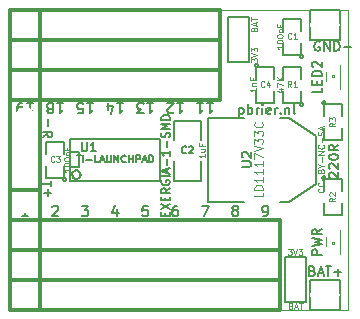
<source format=gto>
G04 (created by PCBNEW-RS274X (2012-01-19 BZR 3256)-stable) date 1/12/2013 12:24:46 AM*
G01*
G70*
G90*
%MOIN*%
G04 Gerber Fmt 3.4, Leading zero omitted, Abs format*
%FSLAX34Y34*%
G04 APERTURE LIST*
%ADD10C,0.002000*%
%ADD11C,0.005900*%
%ADD12C,0.003900*%
%ADD13C,0.007900*%
%ADD14C,0.006000*%
%ADD15C,0.008000*%
%ADD16C,0.012000*%
%ADD17C,0.005000*%
%ADD18C,0.002600*%
%ADD19C,0.004000*%
%ADD20C,0.006500*%
%ADD21C,0.004900*%
%ADD22O,0.098400X0.078700*%
%ADD23R,0.080000X0.144000*%
%ADD24R,0.080000X0.040000*%
%ADD25R,0.055000X0.055000*%
%ADD26C,0.055000*%
%ADD27R,0.080000X0.060000*%
%ADD28R,0.047200X0.047200*%
%ADD29R,0.050000X0.038000*%
%ADD30R,0.055000X0.035000*%
%ADD31R,0.016000X0.050000*%
G04 APERTURE END LIST*
G54D10*
G54D11*
X31667Y-29376D02*
X31667Y-29284D01*
X31812Y-29245D02*
X31812Y-29376D01*
X31536Y-29376D01*
X31536Y-29245D01*
X31536Y-29153D02*
X31812Y-28969D01*
X31536Y-28969D02*
X31812Y-29153D01*
X31667Y-28863D02*
X31667Y-28771D01*
X31812Y-28732D02*
X31812Y-28863D01*
X31536Y-28863D01*
X31536Y-28732D01*
X31812Y-28456D02*
X31680Y-28548D01*
X31812Y-28613D02*
X31536Y-28613D01*
X31536Y-28508D01*
X31549Y-28482D01*
X31562Y-28469D01*
X31588Y-28456D01*
X31628Y-28456D01*
X31654Y-28469D01*
X31667Y-28482D01*
X31680Y-28508D01*
X31680Y-28613D01*
X31549Y-28193D02*
X31536Y-28219D01*
X31536Y-28258D01*
X31549Y-28298D01*
X31575Y-28324D01*
X31601Y-28337D01*
X31654Y-28350D01*
X31693Y-28350D01*
X31746Y-28337D01*
X31772Y-28324D01*
X31799Y-28298D01*
X31812Y-28258D01*
X31812Y-28232D01*
X31799Y-28193D01*
X31785Y-28180D01*
X31693Y-28180D01*
X31693Y-28232D01*
X31812Y-28061D02*
X31536Y-28061D01*
X31733Y-27943D02*
X31733Y-27812D01*
X31812Y-27970D02*
X31536Y-27878D01*
X31812Y-27786D01*
X31707Y-27693D02*
X31707Y-27483D01*
X31812Y-27207D02*
X31812Y-27364D01*
X31812Y-27286D02*
X31536Y-27286D01*
X31575Y-27312D01*
X31601Y-27338D01*
X31615Y-27364D01*
X31707Y-27088D02*
X31707Y-26878D01*
X31799Y-26759D02*
X31812Y-26720D01*
X31812Y-26654D01*
X31799Y-26628D01*
X31785Y-26615D01*
X31759Y-26602D01*
X31733Y-26602D01*
X31707Y-26615D01*
X31693Y-26628D01*
X31680Y-26654D01*
X31667Y-26707D01*
X31654Y-26733D01*
X31641Y-26746D01*
X31615Y-26759D01*
X31588Y-26759D01*
X31562Y-26746D01*
X31549Y-26733D01*
X31536Y-26707D01*
X31536Y-26641D01*
X31549Y-26602D01*
X31812Y-26483D02*
X31536Y-26483D01*
X31733Y-26391D01*
X31536Y-26299D01*
X31812Y-26299D01*
X31812Y-26168D02*
X31536Y-26168D01*
X31536Y-26103D01*
X31549Y-26063D01*
X31575Y-26037D01*
X31601Y-26024D01*
X31654Y-26011D01*
X31693Y-26011D01*
X31746Y-26024D01*
X31772Y-26037D01*
X31799Y-26063D01*
X31812Y-26103D01*
X31812Y-26168D01*
G54D12*
X35855Y-32376D02*
X35883Y-32385D01*
X35892Y-32395D01*
X35901Y-32414D01*
X35901Y-32442D01*
X35892Y-32460D01*
X35883Y-32470D01*
X35864Y-32479D01*
X35789Y-32479D01*
X35789Y-32282D01*
X35855Y-32282D01*
X35873Y-32292D01*
X35883Y-32301D01*
X35892Y-32320D01*
X35892Y-32339D01*
X35883Y-32357D01*
X35873Y-32367D01*
X35855Y-32376D01*
X35789Y-32376D01*
X35977Y-32423D02*
X36070Y-32423D01*
X35958Y-32479D02*
X36023Y-32282D01*
X36089Y-32479D01*
X36127Y-32282D02*
X36239Y-32282D01*
X36183Y-32479D02*
X36183Y-32282D01*
X35756Y-30482D02*
X35878Y-30482D01*
X35812Y-30557D01*
X35841Y-30557D01*
X35859Y-30567D01*
X35869Y-30576D01*
X35878Y-30595D01*
X35878Y-30642D01*
X35869Y-30660D01*
X35859Y-30670D01*
X35841Y-30679D01*
X35784Y-30679D01*
X35766Y-30670D01*
X35756Y-30660D01*
X35935Y-30482D02*
X36000Y-30679D01*
X36066Y-30482D01*
X36113Y-30482D02*
X36235Y-30482D01*
X36169Y-30557D01*
X36198Y-30557D01*
X36216Y-30567D01*
X36226Y-30576D01*
X36235Y-30595D01*
X36235Y-30642D01*
X36226Y-30660D01*
X36216Y-30670D01*
X36198Y-30679D01*
X36141Y-30679D01*
X36123Y-30670D01*
X36113Y-30660D01*
G54D11*
X36877Y-25102D02*
X36877Y-25252D01*
X36562Y-25252D01*
X36712Y-24997D02*
X36712Y-24892D01*
X36877Y-24847D02*
X36877Y-24997D01*
X36562Y-24997D01*
X36562Y-24847D01*
X36877Y-24712D02*
X36562Y-24712D01*
X36562Y-24637D01*
X36577Y-24592D01*
X36607Y-24562D01*
X36637Y-24547D01*
X36697Y-24532D01*
X36742Y-24532D01*
X36802Y-24547D01*
X36832Y-24562D01*
X36862Y-24592D01*
X36877Y-24637D01*
X36877Y-24712D01*
X36592Y-24412D02*
X36577Y-24397D01*
X36562Y-24367D01*
X36562Y-24292D01*
X36577Y-24262D01*
X36592Y-24247D01*
X36622Y-24232D01*
X36652Y-24232D01*
X36697Y-24247D01*
X36877Y-24427D01*
X36877Y-24232D01*
G54D13*
X27102Y-29393D02*
X26899Y-29393D01*
X27001Y-29393D02*
X27001Y-29039D01*
X26967Y-29090D01*
X26933Y-29124D01*
X26899Y-29140D01*
X34933Y-29393D02*
X35001Y-29393D01*
X35034Y-29376D01*
X35051Y-29360D01*
X35085Y-29309D01*
X35102Y-29242D01*
X35102Y-29107D01*
X35085Y-29073D01*
X35068Y-29056D01*
X35034Y-29039D01*
X34967Y-29039D01*
X34933Y-29056D01*
X34916Y-29073D01*
X34899Y-29107D01*
X34899Y-29191D01*
X34916Y-29225D01*
X34933Y-29242D01*
X34967Y-29258D01*
X35034Y-29258D01*
X35068Y-29242D01*
X35085Y-29225D01*
X35102Y-29191D01*
G54D12*
X26500Y-32500D02*
X26500Y-22500D01*
X37750Y-32500D02*
X26500Y-32500D01*
X37750Y-22500D02*
X37750Y-32500D01*
X26500Y-22500D02*
X37750Y-22500D01*
X36935Y-28467D02*
X36945Y-28476D01*
X36954Y-28504D01*
X36954Y-28523D01*
X36945Y-28551D01*
X36926Y-28570D01*
X36907Y-28579D01*
X36870Y-28588D01*
X36842Y-28588D01*
X36804Y-28579D01*
X36785Y-28570D01*
X36767Y-28551D01*
X36757Y-28523D01*
X36757Y-28504D01*
X36767Y-28476D01*
X36776Y-28467D01*
X36935Y-28270D02*
X36945Y-28279D01*
X36954Y-28307D01*
X36954Y-28326D01*
X36945Y-28354D01*
X36926Y-28373D01*
X36907Y-28382D01*
X36870Y-28391D01*
X36842Y-28391D01*
X36804Y-28382D01*
X36785Y-28373D01*
X36767Y-28354D01*
X36757Y-28326D01*
X36757Y-28307D01*
X36767Y-28279D01*
X36776Y-28270D01*
X36879Y-28185D02*
X36879Y-28035D01*
X36851Y-27875D02*
X36860Y-27847D01*
X36870Y-27838D01*
X36889Y-27829D01*
X36917Y-27829D01*
X36935Y-27838D01*
X36945Y-27847D01*
X36954Y-27866D01*
X36954Y-27941D01*
X36757Y-27941D01*
X36757Y-27875D01*
X36767Y-27857D01*
X36776Y-27847D01*
X36795Y-27838D01*
X36814Y-27838D01*
X36832Y-27847D01*
X36842Y-27857D01*
X36851Y-27875D01*
X36851Y-27941D01*
X36860Y-27707D02*
X36954Y-27707D01*
X36757Y-27772D02*
X36860Y-27707D01*
X36757Y-27641D01*
X36879Y-27575D02*
X36879Y-27425D01*
X36954Y-27331D02*
X36757Y-27331D01*
X36954Y-27219D01*
X36757Y-27219D01*
X36935Y-27013D02*
X36945Y-27022D01*
X36954Y-27050D01*
X36954Y-27069D01*
X36945Y-27097D01*
X36926Y-27116D01*
X36907Y-27125D01*
X36870Y-27134D01*
X36842Y-27134D01*
X36804Y-27125D01*
X36785Y-27116D01*
X36767Y-27097D01*
X36757Y-27069D01*
X36757Y-27050D01*
X36767Y-27022D01*
X36776Y-27013D01*
X36879Y-26928D02*
X36879Y-26778D01*
X36945Y-26693D02*
X36954Y-26665D01*
X36954Y-26618D01*
X36945Y-26600D01*
X36935Y-26590D01*
X36917Y-26581D01*
X36898Y-26581D01*
X36879Y-26590D01*
X36870Y-26600D01*
X36860Y-26618D01*
X36851Y-26656D01*
X36842Y-26675D01*
X36832Y-26684D01*
X36814Y-26693D01*
X36795Y-26693D01*
X36776Y-26684D01*
X36767Y-26675D01*
X36757Y-26656D01*
X36757Y-26609D01*
X36767Y-26581D01*
X36898Y-26505D02*
X36898Y-26412D01*
X36954Y-26524D02*
X36757Y-26459D01*
X36954Y-26393D01*
G54D11*
X34135Y-25767D02*
X34135Y-26082D01*
X34135Y-25782D02*
X34165Y-25767D01*
X34225Y-25767D01*
X34255Y-25782D01*
X34270Y-25797D01*
X34285Y-25827D01*
X34285Y-25917D01*
X34270Y-25947D01*
X34255Y-25962D01*
X34225Y-25977D01*
X34165Y-25977D01*
X34135Y-25962D01*
X34420Y-25977D02*
X34420Y-25662D01*
X34420Y-25782D02*
X34450Y-25767D01*
X34510Y-25767D01*
X34540Y-25782D01*
X34555Y-25797D01*
X34570Y-25827D01*
X34570Y-25917D01*
X34555Y-25947D01*
X34540Y-25962D01*
X34510Y-25977D01*
X34450Y-25977D01*
X34420Y-25962D01*
X34705Y-25977D02*
X34705Y-25767D01*
X34705Y-25827D02*
X34720Y-25797D01*
X34735Y-25782D01*
X34765Y-25767D01*
X34795Y-25767D01*
X34900Y-25977D02*
X34900Y-25767D01*
X34900Y-25662D02*
X34885Y-25677D01*
X34900Y-25692D01*
X34915Y-25677D01*
X34900Y-25662D01*
X34900Y-25692D01*
X35170Y-25962D02*
X35140Y-25977D01*
X35080Y-25977D01*
X35050Y-25962D01*
X35035Y-25932D01*
X35035Y-25812D01*
X35050Y-25782D01*
X35080Y-25767D01*
X35140Y-25767D01*
X35170Y-25782D01*
X35185Y-25812D01*
X35185Y-25842D01*
X35035Y-25872D01*
X35320Y-25977D02*
X35320Y-25767D01*
X35320Y-25827D02*
X35335Y-25797D01*
X35350Y-25782D01*
X35380Y-25767D01*
X35410Y-25767D01*
X35515Y-25947D02*
X35530Y-25962D01*
X35515Y-25977D01*
X35500Y-25962D01*
X35515Y-25947D01*
X35515Y-25977D01*
X35665Y-25767D02*
X35665Y-25977D01*
X35665Y-25797D02*
X35680Y-25782D01*
X35710Y-25767D01*
X35755Y-25767D01*
X35785Y-25782D01*
X35800Y-25812D01*
X35800Y-25977D01*
X35995Y-25977D02*
X35965Y-25962D01*
X35950Y-25932D01*
X35950Y-25662D01*
X37142Y-28097D02*
X37127Y-28082D01*
X37112Y-28052D01*
X37112Y-27977D01*
X37127Y-27947D01*
X37142Y-27932D01*
X37172Y-27917D01*
X37202Y-27917D01*
X37247Y-27932D01*
X37427Y-28112D01*
X37427Y-27917D01*
X37142Y-27797D02*
X37127Y-27782D01*
X37112Y-27752D01*
X37112Y-27677D01*
X37127Y-27647D01*
X37142Y-27632D01*
X37172Y-27617D01*
X37202Y-27617D01*
X37247Y-27632D01*
X37427Y-27812D01*
X37427Y-27617D01*
X37112Y-27422D02*
X37112Y-27392D01*
X37127Y-27362D01*
X37142Y-27347D01*
X37172Y-27332D01*
X37232Y-27317D01*
X37307Y-27317D01*
X37367Y-27332D01*
X37397Y-27347D01*
X37412Y-27362D01*
X37427Y-27392D01*
X37427Y-27422D01*
X37412Y-27452D01*
X37397Y-27467D01*
X37367Y-27482D01*
X37307Y-27497D01*
X37232Y-27497D01*
X37172Y-27482D01*
X37142Y-27467D01*
X37127Y-27452D01*
X37112Y-27422D01*
X37427Y-27002D02*
X37277Y-27107D01*
X37427Y-27182D02*
X37112Y-27182D01*
X37112Y-27062D01*
X37127Y-27032D01*
X37142Y-27017D01*
X37172Y-27002D01*
X37217Y-27002D01*
X37247Y-27017D01*
X37262Y-27032D01*
X37277Y-27062D01*
X37277Y-27182D01*
X36877Y-30670D02*
X36562Y-30670D01*
X36562Y-30550D01*
X36577Y-30520D01*
X36592Y-30505D01*
X36622Y-30490D01*
X36667Y-30490D01*
X36697Y-30505D01*
X36712Y-30520D01*
X36727Y-30550D01*
X36727Y-30670D01*
X36562Y-30385D02*
X36877Y-30310D01*
X36652Y-30250D01*
X36877Y-30190D01*
X36562Y-30115D01*
X36877Y-29815D02*
X36727Y-29920D01*
X36877Y-29995D02*
X36562Y-29995D01*
X36562Y-29875D01*
X36577Y-29845D01*
X36592Y-29830D01*
X36622Y-29815D01*
X36667Y-29815D01*
X36697Y-29830D01*
X36712Y-29845D01*
X36727Y-29875D01*
X36727Y-29995D01*
G54D13*
X27067Y-25607D02*
X27270Y-25607D01*
X27168Y-25607D02*
X27168Y-25961D01*
X27202Y-25910D01*
X27236Y-25876D01*
X27270Y-25860D01*
X26899Y-25607D02*
X26831Y-25607D01*
X26798Y-25624D01*
X26781Y-25640D01*
X26747Y-25691D01*
X26730Y-25758D01*
X26730Y-25893D01*
X26747Y-25927D01*
X26764Y-25944D01*
X26798Y-25961D01*
X26865Y-25961D01*
X26899Y-25944D01*
X26916Y-25927D01*
X26933Y-25893D01*
X26933Y-25809D01*
X26916Y-25775D01*
X26899Y-25758D01*
X26865Y-25742D01*
X26798Y-25742D01*
X26764Y-25758D01*
X26747Y-25775D01*
X26730Y-25809D01*
X28067Y-25607D02*
X28270Y-25607D01*
X28168Y-25607D02*
X28168Y-25961D01*
X28202Y-25910D01*
X28236Y-25876D01*
X28270Y-25860D01*
X27865Y-25809D02*
X27899Y-25826D01*
X27916Y-25843D01*
X27933Y-25876D01*
X27933Y-25893D01*
X27916Y-25927D01*
X27899Y-25944D01*
X27865Y-25961D01*
X27798Y-25961D01*
X27764Y-25944D01*
X27747Y-25927D01*
X27730Y-25893D01*
X27730Y-25876D01*
X27747Y-25843D01*
X27764Y-25826D01*
X27798Y-25809D01*
X27865Y-25809D01*
X27899Y-25792D01*
X27916Y-25775D01*
X27933Y-25742D01*
X27933Y-25674D01*
X27916Y-25640D01*
X27899Y-25624D01*
X27865Y-25607D01*
X27798Y-25607D01*
X27764Y-25624D01*
X27747Y-25640D01*
X27730Y-25674D01*
X27730Y-25742D01*
X27747Y-25775D01*
X27764Y-25792D01*
X27798Y-25809D01*
X29067Y-25607D02*
X29270Y-25607D01*
X29168Y-25607D02*
X29168Y-25961D01*
X29202Y-25910D01*
X29236Y-25876D01*
X29270Y-25860D01*
X28747Y-25961D02*
X28916Y-25961D01*
X28933Y-25792D01*
X28916Y-25809D01*
X28882Y-25826D01*
X28798Y-25826D01*
X28764Y-25809D01*
X28747Y-25792D01*
X28730Y-25758D01*
X28730Y-25674D01*
X28747Y-25640D01*
X28764Y-25624D01*
X28798Y-25607D01*
X28882Y-25607D01*
X28916Y-25624D01*
X28933Y-25640D01*
X30067Y-25607D02*
X30270Y-25607D01*
X30168Y-25607D02*
X30168Y-25961D01*
X30202Y-25910D01*
X30236Y-25876D01*
X30270Y-25860D01*
X29764Y-25843D02*
X29764Y-25607D01*
X29848Y-25978D02*
X29933Y-25725D01*
X29713Y-25725D01*
X31067Y-25607D02*
X31270Y-25607D01*
X31168Y-25607D02*
X31168Y-25961D01*
X31202Y-25910D01*
X31236Y-25876D01*
X31270Y-25860D01*
X30949Y-25961D02*
X30730Y-25961D01*
X30848Y-25826D01*
X30798Y-25826D01*
X30764Y-25809D01*
X30747Y-25792D01*
X30730Y-25758D01*
X30730Y-25674D01*
X30747Y-25640D01*
X30764Y-25624D01*
X30798Y-25607D01*
X30899Y-25607D01*
X30933Y-25624D01*
X30949Y-25640D01*
X32067Y-25607D02*
X32270Y-25607D01*
X32168Y-25607D02*
X32168Y-25961D01*
X32202Y-25910D01*
X32236Y-25876D01*
X32270Y-25860D01*
X31933Y-25927D02*
X31916Y-25944D01*
X31882Y-25961D01*
X31798Y-25961D01*
X31764Y-25944D01*
X31747Y-25927D01*
X31730Y-25893D01*
X31730Y-25860D01*
X31747Y-25809D01*
X31949Y-25607D01*
X31730Y-25607D01*
X33067Y-25607D02*
X33270Y-25607D01*
X33168Y-25607D02*
X33168Y-25961D01*
X33202Y-25910D01*
X33236Y-25876D01*
X33270Y-25860D01*
X32730Y-25607D02*
X32933Y-25607D01*
X32831Y-25607D02*
X32831Y-25961D01*
X32865Y-25910D01*
X32899Y-25876D01*
X32933Y-25860D01*
X33967Y-29191D02*
X33933Y-29174D01*
X33916Y-29157D01*
X33899Y-29124D01*
X33899Y-29107D01*
X33916Y-29073D01*
X33933Y-29056D01*
X33967Y-29039D01*
X34034Y-29039D01*
X34068Y-29056D01*
X34085Y-29073D01*
X34102Y-29107D01*
X34102Y-29124D01*
X34085Y-29157D01*
X34068Y-29174D01*
X34034Y-29191D01*
X33967Y-29191D01*
X33933Y-29208D01*
X33916Y-29225D01*
X33899Y-29258D01*
X33899Y-29326D01*
X33916Y-29360D01*
X33933Y-29376D01*
X33967Y-29393D01*
X34034Y-29393D01*
X34068Y-29376D01*
X34085Y-29360D01*
X34102Y-29326D01*
X34102Y-29258D01*
X34085Y-29225D01*
X34068Y-29208D01*
X34034Y-29191D01*
X32883Y-29039D02*
X33119Y-29039D01*
X32967Y-29393D01*
X32068Y-29039D02*
X32001Y-29039D01*
X31967Y-29056D01*
X31950Y-29073D01*
X31916Y-29124D01*
X31899Y-29191D01*
X31899Y-29326D01*
X31916Y-29360D01*
X31933Y-29376D01*
X31967Y-29393D01*
X32034Y-29393D01*
X32068Y-29376D01*
X32085Y-29360D01*
X32102Y-29326D01*
X32102Y-29242D01*
X32085Y-29208D01*
X32068Y-29191D01*
X32034Y-29174D01*
X31967Y-29174D01*
X31933Y-29191D01*
X31916Y-29208D01*
X31899Y-29242D01*
X31085Y-29039D02*
X30916Y-29039D01*
X30899Y-29208D01*
X30916Y-29191D01*
X30950Y-29174D01*
X31034Y-29174D01*
X31068Y-29191D01*
X31085Y-29208D01*
X31102Y-29242D01*
X31102Y-29326D01*
X31085Y-29360D01*
X31068Y-29376D01*
X31034Y-29393D01*
X30950Y-29393D01*
X30916Y-29376D01*
X30899Y-29360D01*
X30068Y-29157D02*
X30068Y-29393D01*
X29984Y-29022D02*
X29899Y-29275D01*
X30119Y-29275D01*
X28883Y-29039D02*
X29102Y-29039D01*
X28984Y-29174D01*
X29034Y-29174D01*
X29068Y-29191D01*
X29085Y-29208D01*
X29102Y-29242D01*
X29102Y-29326D01*
X29085Y-29360D01*
X29068Y-29376D01*
X29034Y-29393D01*
X28933Y-29393D01*
X28899Y-29376D01*
X28883Y-29360D01*
X27899Y-29073D02*
X27916Y-29056D01*
X27950Y-29039D01*
X28034Y-29039D01*
X28068Y-29056D01*
X28085Y-29073D01*
X28102Y-29107D01*
X28102Y-29140D01*
X28085Y-29191D01*
X27883Y-29393D01*
X28102Y-29393D01*
G54D11*
X36573Y-31212D02*
X36618Y-31227D01*
X36633Y-31242D01*
X36648Y-31272D01*
X36648Y-31317D01*
X36633Y-31347D01*
X36618Y-31362D01*
X36588Y-31377D01*
X36468Y-31377D01*
X36468Y-31062D01*
X36573Y-31062D01*
X36603Y-31077D01*
X36618Y-31092D01*
X36633Y-31122D01*
X36633Y-31152D01*
X36618Y-31182D01*
X36603Y-31197D01*
X36573Y-31212D01*
X36468Y-31212D01*
X36768Y-31287D02*
X36918Y-31287D01*
X36738Y-31377D02*
X36843Y-31062D01*
X36948Y-31377D01*
X37008Y-31062D02*
X37188Y-31062D01*
X37098Y-31377D02*
X37098Y-31062D01*
X37293Y-31257D02*
X37533Y-31257D01*
X37413Y-31377D02*
X37413Y-31137D01*
X36815Y-23577D02*
X36785Y-23562D01*
X36740Y-23562D01*
X36695Y-23577D01*
X36665Y-23607D01*
X36650Y-23637D01*
X36635Y-23697D01*
X36635Y-23742D01*
X36650Y-23802D01*
X36665Y-23832D01*
X36695Y-23862D01*
X36740Y-23877D01*
X36770Y-23877D01*
X36815Y-23862D01*
X36830Y-23847D01*
X36830Y-23742D01*
X36770Y-23742D01*
X36965Y-23877D02*
X36965Y-23562D01*
X37145Y-23877D01*
X37145Y-23562D01*
X37295Y-23877D02*
X37295Y-23562D01*
X37370Y-23562D01*
X37415Y-23577D01*
X37445Y-23607D01*
X37460Y-23637D01*
X37475Y-23697D01*
X37475Y-23742D01*
X37460Y-23802D01*
X37445Y-23832D01*
X37415Y-23862D01*
X37370Y-23877D01*
X37295Y-23877D01*
X37610Y-23757D02*
X37850Y-23757D01*
G54D12*
X34532Y-24244D02*
X34532Y-24122D01*
X34607Y-24188D01*
X34607Y-24159D01*
X34617Y-24141D01*
X34626Y-24131D01*
X34645Y-24122D01*
X34692Y-24122D01*
X34710Y-24131D01*
X34720Y-24141D01*
X34729Y-24159D01*
X34729Y-24216D01*
X34720Y-24234D01*
X34710Y-24244D01*
X34532Y-24065D02*
X34729Y-24000D01*
X34532Y-23934D01*
X34532Y-23887D02*
X34532Y-23765D01*
X34607Y-23831D01*
X34607Y-23802D01*
X34617Y-23784D01*
X34626Y-23774D01*
X34645Y-23765D01*
X34692Y-23765D01*
X34710Y-23774D01*
X34720Y-23784D01*
X34729Y-23802D01*
X34729Y-23859D01*
X34720Y-23877D01*
X34710Y-23887D01*
X34626Y-23145D02*
X34635Y-23117D01*
X34645Y-23108D01*
X34664Y-23099D01*
X34692Y-23099D01*
X34710Y-23108D01*
X34720Y-23117D01*
X34729Y-23136D01*
X34729Y-23211D01*
X34532Y-23211D01*
X34532Y-23145D01*
X34542Y-23127D01*
X34551Y-23117D01*
X34570Y-23108D01*
X34589Y-23108D01*
X34607Y-23117D01*
X34617Y-23127D01*
X34626Y-23145D01*
X34626Y-23211D01*
X34673Y-23023D02*
X34673Y-22930D01*
X34729Y-23042D02*
X34532Y-22977D01*
X34729Y-22911D01*
X34532Y-22873D02*
X34532Y-22761D01*
X34729Y-22817D02*
X34532Y-22817D01*
G54D11*
X27743Y-28480D02*
X27743Y-28720D01*
X27623Y-28600D02*
X27863Y-28600D01*
X27838Y-28210D02*
X27838Y-28390D01*
X27523Y-28300D02*
X27838Y-28300D01*
X27573Y-26748D02*
X27723Y-26643D01*
X27573Y-26568D02*
X27888Y-26568D01*
X27888Y-26688D01*
X27873Y-26718D01*
X27858Y-26733D01*
X27828Y-26748D01*
X27783Y-26748D01*
X27753Y-26733D01*
X27738Y-26718D01*
X27723Y-26688D01*
X27723Y-26568D01*
X27743Y-26130D02*
X27743Y-26370D01*
G54D14*
X37500Y-32500D02*
X36500Y-32500D01*
X36500Y-31500D02*
X37500Y-31500D01*
X36500Y-32500D02*
X36500Y-31500D01*
X37500Y-31500D02*
X37500Y-32500D01*
X37500Y-23500D02*
X36500Y-23500D01*
X36500Y-22500D02*
X37500Y-22500D01*
X36500Y-23500D02*
X36500Y-22500D01*
X37500Y-22500D02*
X37500Y-23500D01*
G54D15*
X34300Y-26100D02*
X33100Y-26100D01*
X33100Y-26100D02*
X33100Y-28900D01*
X33100Y-28900D02*
X34300Y-28900D01*
X35500Y-26100D02*
X35800Y-26100D01*
X35800Y-26100D02*
X36700Y-26700D01*
X36700Y-26700D02*
X36700Y-28300D01*
X36700Y-28300D02*
X35800Y-28900D01*
X35800Y-28900D02*
X35500Y-28900D01*
G54D16*
X26500Y-29500D02*
X26500Y-29500D01*
X27500Y-29500D02*
X26500Y-29500D01*
X26500Y-29500D02*
X26500Y-29500D01*
X26500Y-29500D02*
X26500Y-25500D01*
X26500Y-25500D02*
X27500Y-25500D01*
X27500Y-25500D02*
X27500Y-29500D01*
X27500Y-28500D02*
X26500Y-28500D01*
G54D17*
X31950Y-28200D02*
X32850Y-28200D01*
X32850Y-28200D02*
X32850Y-27550D01*
X31950Y-26850D02*
X31950Y-26200D01*
X31950Y-26200D02*
X32850Y-26200D01*
X32850Y-26200D02*
X32850Y-26850D01*
X31950Y-27550D02*
X31950Y-28200D01*
G54D18*
X37132Y-30446D02*
X37004Y-30446D01*
X37004Y-30446D02*
X37004Y-30643D01*
X37132Y-30643D02*
X37004Y-30643D01*
X37132Y-30446D02*
X37132Y-30643D01*
X37377Y-30446D02*
X37318Y-30446D01*
X37318Y-30446D02*
X37318Y-30545D01*
X37377Y-30545D02*
X37318Y-30545D01*
X37377Y-30446D02*
X37377Y-30545D01*
X37182Y-30446D02*
X37123Y-30446D01*
X37123Y-30446D02*
X37123Y-30545D01*
X37182Y-30545D02*
X37123Y-30545D01*
X37182Y-30446D02*
X37182Y-30545D01*
X37328Y-30446D02*
X37172Y-30446D01*
X37172Y-30446D02*
X37172Y-30515D01*
X37328Y-30515D02*
X37172Y-30515D01*
X37328Y-30446D02*
X37328Y-30515D01*
X37132Y-29857D02*
X37004Y-29857D01*
X37004Y-29857D02*
X37004Y-30054D01*
X37132Y-30054D02*
X37004Y-30054D01*
X37132Y-29857D02*
X37132Y-30054D01*
X37496Y-29857D02*
X37368Y-29857D01*
X37368Y-29857D02*
X37368Y-30054D01*
X37496Y-30054D02*
X37368Y-30054D01*
X37496Y-29857D02*
X37496Y-30054D01*
X37182Y-29955D02*
X37123Y-29955D01*
X37123Y-29955D02*
X37123Y-30054D01*
X37182Y-30054D02*
X37123Y-30054D01*
X37182Y-29955D02*
X37182Y-30054D01*
X37377Y-29955D02*
X37318Y-29955D01*
X37318Y-29955D02*
X37318Y-30054D01*
X37377Y-30054D02*
X37318Y-30054D01*
X37377Y-29955D02*
X37377Y-30054D01*
X37328Y-29985D02*
X37172Y-29985D01*
X37172Y-29985D02*
X37172Y-30054D01*
X37328Y-30054D02*
X37172Y-30054D01*
X37328Y-29985D02*
X37328Y-30054D01*
X37289Y-30250D02*
X37211Y-30250D01*
X37211Y-30250D02*
X37211Y-30328D01*
X37289Y-30328D02*
X37211Y-30328D01*
X37289Y-30250D02*
X37289Y-30328D01*
X37486Y-30446D02*
X37368Y-30446D01*
X37368Y-30446D02*
X37368Y-30564D01*
X37486Y-30564D02*
X37368Y-30564D01*
X37486Y-30446D02*
X37486Y-30564D01*
X37496Y-30614D02*
X37407Y-30614D01*
X37407Y-30614D02*
X37407Y-30643D01*
X37496Y-30643D02*
X37407Y-30643D01*
X37496Y-30614D02*
X37496Y-30643D01*
G54D19*
X37024Y-30456D02*
X37024Y-30044D01*
X37476Y-30054D02*
X37476Y-30614D01*
G54D10*
X37455Y-30584D02*
X37454Y-30589D01*
X37452Y-30594D01*
X37450Y-30599D01*
X37446Y-30603D01*
X37442Y-30607D01*
X37437Y-30609D01*
X37432Y-30611D01*
X37427Y-30611D01*
X37422Y-30611D01*
X37417Y-30609D01*
X37412Y-30607D01*
X37408Y-30604D01*
X37404Y-30599D01*
X37402Y-30595D01*
X37400Y-30589D01*
X37400Y-30584D01*
X37400Y-30579D01*
X37401Y-30574D01*
X37404Y-30569D01*
X37407Y-30565D01*
X37412Y-30562D01*
X37416Y-30559D01*
X37421Y-30557D01*
X37427Y-30557D01*
X37431Y-30557D01*
X37437Y-30558D01*
X37442Y-30561D01*
X37446Y-30564D01*
X37449Y-30568D01*
X37452Y-30573D01*
X37454Y-30578D01*
X37454Y-30584D01*
X37455Y-30584D01*
G54D19*
X37387Y-30643D02*
X37386Y-30632D01*
X37384Y-30620D01*
X37382Y-30608D01*
X37378Y-30597D01*
X37374Y-30586D01*
X37368Y-30575D01*
X37362Y-30565D01*
X37354Y-30555D01*
X37346Y-30547D01*
X37338Y-30539D01*
X37328Y-30531D01*
X37318Y-30525D01*
X37307Y-30519D01*
X37296Y-30515D01*
X37285Y-30511D01*
X37273Y-30509D01*
X37261Y-30507D01*
X37250Y-30506D01*
X37239Y-30507D01*
X37227Y-30509D01*
X37215Y-30511D01*
X37204Y-30515D01*
X37193Y-30519D01*
X37182Y-30525D01*
X37172Y-30531D01*
X37162Y-30539D01*
X37154Y-30547D01*
X37146Y-30555D01*
X37138Y-30565D01*
X37132Y-30575D01*
X37126Y-30586D01*
X37122Y-30597D01*
X37118Y-30608D01*
X37116Y-30620D01*
X37114Y-30632D01*
X37113Y-30643D01*
X37113Y-29857D02*
X37114Y-29868D01*
X37116Y-29880D01*
X37118Y-29892D01*
X37122Y-29903D01*
X37126Y-29914D01*
X37132Y-29925D01*
X37138Y-29935D01*
X37146Y-29945D01*
X37154Y-29953D01*
X37162Y-29961D01*
X37172Y-29969D01*
X37182Y-29975D01*
X37193Y-29981D01*
X37204Y-29985D01*
X37215Y-29989D01*
X37227Y-29991D01*
X37239Y-29993D01*
X37250Y-29994D01*
X37261Y-29993D01*
X37273Y-29991D01*
X37285Y-29989D01*
X37296Y-29985D01*
X37307Y-29981D01*
X37318Y-29975D01*
X37328Y-29969D01*
X37338Y-29961D01*
X37346Y-29953D01*
X37354Y-29945D01*
X37362Y-29935D01*
X37368Y-29925D01*
X37374Y-29914D01*
X37378Y-29903D01*
X37382Y-29892D01*
X37384Y-29880D01*
X37386Y-29868D01*
X37387Y-29857D01*
G54D18*
X37368Y-24554D02*
X37496Y-24554D01*
X37496Y-24554D02*
X37496Y-24357D01*
X37368Y-24357D02*
X37496Y-24357D01*
X37368Y-24554D02*
X37368Y-24357D01*
X37123Y-24554D02*
X37182Y-24554D01*
X37182Y-24554D02*
X37182Y-24455D01*
X37123Y-24455D02*
X37182Y-24455D01*
X37123Y-24554D02*
X37123Y-24455D01*
X37318Y-24554D02*
X37377Y-24554D01*
X37377Y-24554D02*
X37377Y-24455D01*
X37318Y-24455D02*
X37377Y-24455D01*
X37318Y-24554D02*
X37318Y-24455D01*
X37172Y-24554D02*
X37328Y-24554D01*
X37328Y-24554D02*
X37328Y-24485D01*
X37172Y-24485D02*
X37328Y-24485D01*
X37172Y-24554D02*
X37172Y-24485D01*
X37368Y-25143D02*
X37496Y-25143D01*
X37496Y-25143D02*
X37496Y-24946D01*
X37368Y-24946D02*
X37496Y-24946D01*
X37368Y-25143D02*
X37368Y-24946D01*
X37004Y-25143D02*
X37132Y-25143D01*
X37132Y-25143D02*
X37132Y-24946D01*
X37004Y-24946D02*
X37132Y-24946D01*
X37004Y-25143D02*
X37004Y-24946D01*
X37318Y-25045D02*
X37377Y-25045D01*
X37377Y-25045D02*
X37377Y-24946D01*
X37318Y-24946D02*
X37377Y-24946D01*
X37318Y-25045D02*
X37318Y-24946D01*
X37123Y-25045D02*
X37182Y-25045D01*
X37182Y-25045D02*
X37182Y-24946D01*
X37123Y-24946D02*
X37182Y-24946D01*
X37123Y-25045D02*
X37123Y-24946D01*
X37172Y-25015D02*
X37328Y-25015D01*
X37328Y-25015D02*
X37328Y-24946D01*
X37172Y-24946D02*
X37328Y-24946D01*
X37172Y-25015D02*
X37172Y-24946D01*
X37211Y-24750D02*
X37289Y-24750D01*
X37289Y-24750D02*
X37289Y-24672D01*
X37211Y-24672D02*
X37289Y-24672D01*
X37211Y-24750D02*
X37211Y-24672D01*
X37014Y-24554D02*
X37132Y-24554D01*
X37132Y-24554D02*
X37132Y-24436D01*
X37014Y-24436D02*
X37132Y-24436D01*
X37014Y-24554D02*
X37014Y-24436D01*
X37004Y-24386D02*
X37093Y-24386D01*
X37093Y-24386D02*
X37093Y-24357D01*
X37004Y-24357D02*
X37093Y-24357D01*
X37004Y-24386D02*
X37004Y-24357D01*
G54D19*
X37476Y-24544D02*
X37476Y-24956D01*
X37024Y-24946D02*
X37024Y-24386D01*
G54D10*
X37101Y-24416D02*
X37100Y-24421D01*
X37098Y-24426D01*
X37096Y-24431D01*
X37092Y-24435D01*
X37088Y-24439D01*
X37083Y-24441D01*
X37078Y-24443D01*
X37073Y-24443D01*
X37068Y-24443D01*
X37063Y-24441D01*
X37058Y-24439D01*
X37054Y-24436D01*
X37050Y-24431D01*
X37048Y-24427D01*
X37046Y-24421D01*
X37046Y-24416D01*
X37046Y-24411D01*
X37047Y-24406D01*
X37050Y-24401D01*
X37053Y-24397D01*
X37058Y-24394D01*
X37062Y-24391D01*
X37067Y-24389D01*
X37073Y-24389D01*
X37077Y-24389D01*
X37083Y-24390D01*
X37088Y-24393D01*
X37092Y-24396D01*
X37095Y-24400D01*
X37098Y-24405D01*
X37100Y-24410D01*
X37100Y-24416D01*
X37101Y-24416D01*
G54D19*
X37113Y-24357D02*
X37114Y-24368D01*
X37116Y-24380D01*
X37118Y-24392D01*
X37122Y-24403D01*
X37126Y-24414D01*
X37132Y-24425D01*
X37138Y-24435D01*
X37146Y-24445D01*
X37154Y-24453D01*
X37162Y-24461D01*
X37172Y-24469D01*
X37182Y-24475D01*
X37193Y-24481D01*
X37204Y-24485D01*
X37215Y-24489D01*
X37227Y-24491D01*
X37239Y-24493D01*
X37250Y-24494D01*
X37261Y-24493D01*
X37273Y-24491D01*
X37285Y-24489D01*
X37296Y-24485D01*
X37307Y-24481D01*
X37318Y-24475D01*
X37328Y-24469D01*
X37338Y-24461D01*
X37346Y-24453D01*
X37354Y-24445D01*
X37362Y-24435D01*
X37368Y-24425D01*
X37374Y-24414D01*
X37378Y-24403D01*
X37382Y-24392D01*
X37384Y-24380D01*
X37386Y-24368D01*
X37387Y-24357D01*
X37387Y-25143D02*
X37386Y-25132D01*
X37384Y-25120D01*
X37382Y-25108D01*
X37378Y-25097D01*
X37374Y-25086D01*
X37368Y-25075D01*
X37362Y-25065D01*
X37354Y-25055D01*
X37346Y-25047D01*
X37338Y-25039D01*
X37328Y-25031D01*
X37318Y-25025D01*
X37307Y-25019D01*
X37296Y-25015D01*
X37285Y-25011D01*
X37273Y-25009D01*
X37261Y-25007D01*
X37250Y-25006D01*
X37239Y-25007D01*
X37227Y-25009D01*
X37215Y-25011D01*
X37204Y-25015D01*
X37193Y-25019D01*
X37182Y-25025D01*
X37172Y-25031D01*
X37162Y-25039D01*
X37154Y-25047D01*
X37146Y-25055D01*
X37138Y-25065D01*
X37132Y-25075D01*
X37126Y-25086D01*
X37122Y-25097D01*
X37118Y-25108D01*
X37116Y-25120D01*
X37114Y-25132D01*
X37113Y-25143D01*
G54D17*
X35650Y-30750D02*
X35650Y-32250D01*
X35650Y-32250D02*
X36350Y-32250D01*
X36350Y-32250D02*
X36350Y-30750D01*
X35650Y-30750D02*
X36350Y-30750D01*
X34450Y-24250D02*
X34450Y-22750D01*
X34450Y-22750D02*
X33750Y-22750D01*
X33750Y-22750D02*
X33750Y-24250D01*
X34450Y-24250D02*
X33750Y-24250D01*
X36250Y-25650D02*
X36249Y-25659D01*
X36246Y-25669D01*
X36241Y-25677D01*
X36235Y-25685D01*
X36227Y-25691D01*
X36219Y-25696D01*
X36210Y-25698D01*
X36200Y-25699D01*
X36191Y-25699D01*
X36182Y-25696D01*
X36173Y-25691D01*
X36166Y-25685D01*
X36159Y-25678D01*
X36155Y-25669D01*
X36152Y-25660D01*
X36151Y-25650D01*
X36151Y-25641D01*
X36154Y-25632D01*
X36158Y-25623D01*
X36165Y-25616D01*
X36172Y-25609D01*
X36180Y-25605D01*
X36190Y-25602D01*
X36199Y-25601D01*
X36208Y-25601D01*
X36218Y-25604D01*
X36226Y-25608D01*
X36234Y-25614D01*
X36240Y-25622D01*
X36245Y-25630D01*
X36248Y-25639D01*
X36249Y-25649D01*
X36250Y-25650D01*
X36200Y-25200D02*
X36200Y-25600D01*
X36200Y-25600D02*
X35600Y-25600D01*
X35600Y-25600D02*
X35600Y-25200D01*
X35600Y-24800D02*
X35600Y-24400D01*
X35600Y-24400D02*
X36200Y-24400D01*
X36200Y-24400D02*
X36200Y-24800D01*
X37000Y-28100D02*
X36999Y-28109D01*
X36996Y-28119D01*
X36991Y-28127D01*
X36985Y-28135D01*
X36977Y-28141D01*
X36969Y-28146D01*
X36960Y-28148D01*
X36950Y-28149D01*
X36941Y-28149D01*
X36932Y-28146D01*
X36923Y-28141D01*
X36916Y-28135D01*
X36909Y-28128D01*
X36905Y-28119D01*
X36902Y-28110D01*
X36901Y-28100D01*
X36901Y-28091D01*
X36904Y-28082D01*
X36908Y-28073D01*
X36915Y-28066D01*
X36922Y-28059D01*
X36930Y-28055D01*
X36940Y-28052D01*
X36949Y-28051D01*
X36958Y-28051D01*
X36968Y-28054D01*
X36976Y-28058D01*
X36984Y-28064D01*
X36990Y-28072D01*
X36995Y-28080D01*
X36998Y-28089D01*
X36999Y-28099D01*
X37000Y-28100D01*
X36950Y-28550D02*
X36950Y-28150D01*
X36950Y-28150D02*
X37550Y-28150D01*
X37550Y-28150D02*
X37550Y-28550D01*
X37550Y-28950D02*
X37550Y-29350D01*
X37550Y-29350D02*
X36950Y-29350D01*
X36950Y-29350D02*
X36950Y-28950D01*
X37000Y-25600D02*
X36999Y-25609D01*
X36996Y-25619D01*
X36991Y-25627D01*
X36985Y-25635D01*
X36977Y-25641D01*
X36969Y-25646D01*
X36960Y-25648D01*
X36950Y-25649D01*
X36941Y-25649D01*
X36932Y-25646D01*
X36923Y-25641D01*
X36916Y-25635D01*
X36909Y-25628D01*
X36905Y-25619D01*
X36902Y-25610D01*
X36901Y-25600D01*
X36901Y-25591D01*
X36904Y-25582D01*
X36908Y-25573D01*
X36915Y-25566D01*
X36922Y-25559D01*
X36930Y-25555D01*
X36940Y-25552D01*
X36949Y-25551D01*
X36958Y-25551D01*
X36968Y-25554D01*
X36976Y-25558D01*
X36984Y-25564D01*
X36990Y-25572D01*
X36995Y-25580D01*
X36998Y-25589D01*
X36999Y-25599D01*
X37000Y-25600D01*
X36950Y-26050D02*
X36950Y-25650D01*
X36950Y-25650D02*
X37550Y-25650D01*
X37550Y-25650D02*
X37550Y-26050D01*
X37550Y-26450D02*
X37550Y-26850D01*
X37550Y-26850D02*
X36950Y-26850D01*
X36950Y-26850D02*
X36950Y-26450D01*
G54D20*
X31500Y-26800D02*
X28500Y-26800D01*
X28500Y-28200D02*
X31500Y-28200D01*
X31500Y-26800D02*
X31500Y-28200D01*
G54D14*
X28500Y-28200D02*
X28500Y-26800D01*
G54D17*
X28841Y-28000D02*
X28838Y-28027D01*
X28830Y-28053D01*
X28817Y-28078D01*
X28800Y-28099D01*
X28778Y-28116D01*
X28754Y-28129D01*
X28728Y-28138D01*
X28700Y-28140D01*
X28674Y-28138D01*
X28648Y-28130D01*
X28623Y-28117D01*
X28602Y-28100D01*
X28584Y-28079D01*
X28571Y-28055D01*
X28563Y-28029D01*
X28560Y-28001D01*
X28562Y-27975D01*
X28569Y-27949D01*
X28582Y-27924D01*
X28599Y-27903D01*
X28620Y-27885D01*
X28644Y-27871D01*
X28670Y-27863D01*
X28698Y-27860D01*
X28724Y-27862D01*
X28750Y-27869D01*
X28775Y-27881D01*
X28797Y-27898D01*
X28815Y-27919D01*
X28828Y-27943D01*
X28837Y-27969D01*
X28840Y-27997D01*
X28841Y-28000D01*
X28500Y-27250D02*
X28800Y-27250D01*
X28800Y-27250D02*
X28800Y-27750D01*
X28800Y-27750D02*
X28500Y-27750D01*
G54D16*
X35500Y-29500D02*
X35500Y-30500D01*
X35500Y-30500D02*
X26500Y-30500D01*
X26500Y-30500D02*
X26500Y-29500D01*
X35500Y-29500D02*
X26500Y-29500D01*
X27500Y-29500D02*
X27500Y-30500D01*
X26500Y-24500D02*
X26500Y-24500D01*
X26500Y-24500D02*
X33500Y-24500D01*
X33500Y-24500D02*
X33500Y-25500D01*
X33500Y-25500D02*
X26500Y-25500D01*
X26500Y-25500D02*
X26500Y-24500D01*
X27500Y-25500D02*
X27500Y-25500D01*
X27500Y-25500D02*
X27500Y-24500D01*
X35500Y-30500D02*
X35500Y-31500D01*
X35500Y-31500D02*
X26500Y-31500D01*
X26500Y-31500D02*
X26500Y-30500D01*
X35500Y-30500D02*
X26500Y-30500D01*
X27500Y-30500D02*
X27500Y-31500D01*
X26500Y-23500D02*
X26500Y-23500D01*
X26500Y-23500D02*
X33500Y-23500D01*
X33500Y-23500D02*
X33500Y-24500D01*
X33500Y-24500D02*
X26500Y-24500D01*
X26500Y-24500D02*
X26500Y-23500D01*
X27500Y-24500D02*
X27500Y-24500D01*
X27500Y-24500D02*
X27500Y-23500D01*
X35500Y-31500D02*
X35500Y-32500D01*
X35500Y-32500D02*
X26500Y-32500D01*
X26500Y-32500D02*
X26500Y-31500D01*
X35500Y-31500D02*
X26500Y-31500D01*
X27500Y-31500D02*
X27500Y-32500D01*
X26500Y-22500D02*
X26500Y-22500D01*
X26500Y-22500D02*
X33500Y-22500D01*
X33500Y-22500D02*
X33500Y-23500D01*
X33500Y-23500D02*
X26500Y-23500D01*
X26500Y-23500D02*
X26500Y-22500D01*
X27500Y-23500D02*
X27500Y-23500D01*
X27500Y-23500D02*
X27500Y-22500D01*
G54D17*
X28350Y-28150D02*
X28349Y-28159D01*
X28346Y-28169D01*
X28341Y-28177D01*
X28335Y-28185D01*
X28327Y-28191D01*
X28319Y-28196D01*
X28310Y-28198D01*
X28300Y-28199D01*
X28291Y-28199D01*
X28282Y-28196D01*
X28273Y-28191D01*
X28266Y-28185D01*
X28259Y-28178D01*
X28255Y-28169D01*
X28252Y-28160D01*
X28251Y-28150D01*
X28251Y-28141D01*
X28254Y-28132D01*
X28258Y-28123D01*
X28265Y-28116D01*
X28272Y-28109D01*
X28280Y-28105D01*
X28290Y-28102D01*
X28299Y-28101D01*
X28308Y-28101D01*
X28318Y-28104D01*
X28326Y-28108D01*
X28334Y-28114D01*
X28340Y-28122D01*
X28345Y-28130D01*
X28348Y-28139D01*
X28349Y-28149D01*
X28350Y-28150D01*
X28300Y-27700D02*
X28300Y-28100D01*
X28300Y-28100D02*
X27700Y-28100D01*
X27700Y-28100D02*
X27700Y-27700D01*
X27700Y-27300D02*
X27700Y-26900D01*
X27700Y-26900D02*
X28300Y-26900D01*
X28300Y-26900D02*
X28300Y-27300D01*
X34750Y-24350D02*
X34749Y-24359D01*
X34746Y-24369D01*
X34741Y-24377D01*
X34735Y-24385D01*
X34727Y-24391D01*
X34719Y-24396D01*
X34710Y-24398D01*
X34700Y-24399D01*
X34691Y-24399D01*
X34682Y-24396D01*
X34673Y-24391D01*
X34666Y-24385D01*
X34659Y-24378D01*
X34655Y-24369D01*
X34652Y-24360D01*
X34651Y-24350D01*
X34651Y-24341D01*
X34654Y-24332D01*
X34658Y-24323D01*
X34665Y-24316D01*
X34672Y-24309D01*
X34680Y-24305D01*
X34690Y-24302D01*
X34699Y-24301D01*
X34708Y-24301D01*
X34718Y-24304D01*
X34726Y-24308D01*
X34734Y-24314D01*
X34740Y-24322D01*
X34745Y-24330D01*
X34748Y-24339D01*
X34749Y-24349D01*
X34750Y-24350D01*
X34700Y-24800D02*
X34700Y-24400D01*
X34700Y-24400D02*
X35300Y-24400D01*
X35300Y-24400D02*
X35300Y-24800D01*
X35300Y-25200D02*
X35300Y-25600D01*
X35300Y-25600D02*
X34700Y-25600D01*
X34700Y-25600D02*
X34700Y-25200D01*
X36250Y-24050D02*
X36249Y-24059D01*
X36246Y-24069D01*
X36241Y-24077D01*
X36235Y-24085D01*
X36227Y-24091D01*
X36219Y-24096D01*
X36210Y-24098D01*
X36200Y-24099D01*
X36191Y-24099D01*
X36182Y-24096D01*
X36173Y-24091D01*
X36166Y-24085D01*
X36159Y-24078D01*
X36155Y-24069D01*
X36152Y-24060D01*
X36151Y-24050D01*
X36151Y-24041D01*
X36154Y-24032D01*
X36158Y-24023D01*
X36165Y-24016D01*
X36172Y-24009D01*
X36180Y-24005D01*
X36190Y-24002D01*
X36199Y-24001D01*
X36208Y-24001D01*
X36218Y-24004D01*
X36226Y-24008D01*
X36234Y-24014D01*
X36240Y-24022D01*
X36245Y-24030D01*
X36248Y-24039D01*
X36249Y-24049D01*
X36250Y-24050D01*
X36200Y-23600D02*
X36200Y-24000D01*
X36200Y-24000D02*
X35600Y-24000D01*
X35600Y-24000D02*
X35600Y-23600D01*
X35600Y-23200D02*
X35600Y-22800D01*
X35600Y-22800D02*
X36200Y-22800D01*
X36200Y-22800D02*
X36200Y-23200D01*
G54D13*
X34212Y-27740D02*
X34467Y-27740D01*
X34497Y-27725D01*
X34512Y-27710D01*
X34527Y-27680D01*
X34527Y-27620D01*
X34512Y-27590D01*
X34497Y-27575D01*
X34467Y-27560D01*
X34212Y-27560D01*
X34242Y-27425D02*
X34227Y-27410D01*
X34212Y-27380D01*
X34212Y-27305D01*
X34227Y-27275D01*
X34242Y-27260D01*
X34272Y-27245D01*
X34302Y-27245D01*
X34347Y-27260D01*
X34527Y-27440D01*
X34527Y-27245D01*
G54D21*
X34912Y-28598D02*
X34912Y-28729D01*
X34636Y-28729D01*
X34912Y-28506D02*
X34636Y-28506D01*
X34636Y-28441D01*
X34649Y-28401D01*
X34675Y-28375D01*
X34701Y-28362D01*
X34754Y-28349D01*
X34793Y-28349D01*
X34846Y-28362D01*
X34872Y-28375D01*
X34899Y-28401D01*
X34912Y-28441D01*
X34912Y-28506D01*
X34912Y-28086D02*
X34912Y-28243D01*
X34912Y-28165D02*
X34636Y-28165D01*
X34675Y-28191D01*
X34701Y-28217D01*
X34715Y-28243D01*
X34912Y-27823D02*
X34912Y-27980D01*
X34912Y-27902D02*
X34636Y-27902D01*
X34675Y-27928D01*
X34701Y-27954D01*
X34715Y-27980D01*
X34912Y-27560D02*
X34912Y-27717D01*
X34912Y-27639D02*
X34636Y-27639D01*
X34675Y-27665D01*
X34701Y-27691D01*
X34715Y-27717D01*
X34636Y-27468D02*
X34636Y-27284D01*
X34912Y-27402D01*
X34636Y-27218D02*
X34912Y-27126D01*
X34636Y-27034D01*
X34636Y-26968D02*
X34636Y-26797D01*
X34741Y-26889D01*
X34741Y-26849D01*
X34754Y-26823D01*
X34767Y-26810D01*
X34793Y-26797D01*
X34859Y-26797D01*
X34885Y-26810D01*
X34899Y-26823D01*
X34912Y-26849D01*
X34912Y-26928D01*
X34899Y-26954D01*
X34885Y-26968D01*
X34636Y-26705D02*
X34636Y-26534D01*
X34741Y-26626D01*
X34741Y-26586D01*
X34754Y-26560D01*
X34767Y-26547D01*
X34793Y-26534D01*
X34859Y-26534D01*
X34885Y-26547D01*
X34899Y-26560D01*
X34912Y-26586D01*
X34912Y-26665D01*
X34899Y-26691D01*
X34885Y-26705D01*
X34885Y-26258D02*
X34899Y-26271D01*
X34912Y-26310D01*
X34912Y-26336D01*
X34899Y-26376D01*
X34872Y-26402D01*
X34846Y-26415D01*
X34793Y-26428D01*
X34754Y-26428D01*
X34701Y-26415D01*
X34675Y-26402D01*
X34649Y-26376D01*
X34636Y-26336D01*
X34636Y-26310D01*
X34649Y-26271D01*
X34662Y-26258D01*
G54D17*
X32361Y-27273D02*
X32350Y-27284D01*
X32316Y-27296D01*
X32294Y-27296D01*
X32260Y-27284D01*
X32237Y-27262D01*
X32226Y-27239D01*
X32215Y-27194D01*
X32215Y-27161D01*
X32226Y-27116D01*
X32237Y-27093D01*
X32260Y-27071D01*
X32294Y-27060D01*
X32316Y-27060D01*
X32350Y-27071D01*
X32361Y-27082D01*
X32451Y-27082D02*
X32462Y-27071D01*
X32485Y-27060D01*
X32541Y-27060D01*
X32563Y-27071D01*
X32575Y-27082D01*
X32586Y-27104D01*
X32586Y-27127D01*
X32575Y-27161D01*
X32440Y-27296D01*
X32586Y-27296D01*
G54D12*
X32979Y-27317D02*
X32979Y-27429D01*
X32979Y-27373D02*
X32782Y-27373D01*
X32810Y-27392D01*
X32829Y-27411D01*
X32839Y-27429D01*
X32848Y-27148D02*
X32979Y-27148D01*
X32848Y-27232D02*
X32951Y-27232D01*
X32970Y-27223D01*
X32979Y-27204D01*
X32979Y-27176D01*
X32970Y-27157D01*
X32960Y-27148D01*
X32876Y-26988D02*
X32876Y-27054D01*
X32979Y-27054D02*
X32782Y-27054D01*
X32782Y-26960D01*
G54D21*
X35867Y-25079D02*
X35802Y-24985D01*
X35755Y-25079D02*
X35755Y-24882D01*
X35830Y-24882D01*
X35849Y-24892D01*
X35858Y-24901D01*
X35867Y-24920D01*
X35867Y-24948D01*
X35858Y-24967D01*
X35849Y-24976D01*
X35830Y-24985D01*
X35755Y-24985D01*
X36055Y-25079D02*
X35943Y-25079D01*
X35999Y-25079D02*
X35999Y-24882D01*
X35980Y-24910D01*
X35961Y-24929D01*
X35943Y-24939D01*
G54D12*
X35448Y-25155D02*
X35579Y-25155D01*
X35373Y-25202D02*
X35514Y-25248D01*
X35514Y-25127D01*
X35382Y-25070D02*
X35382Y-24939D01*
X35579Y-25023D01*
X35579Y-24863D02*
X35382Y-24863D01*
X35579Y-24751D02*
X35467Y-24835D01*
X35382Y-24751D02*
X35495Y-24863D01*
G54D21*
X37329Y-28783D02*
X37235Y-28848D01*
X37329Y-28895D02*
X37132Y-28895D01*
X37132Y-28820D01*
X37142Y-28801D01*
X37151Y-28792D01*
X37170Y-28783D01*
X37198Y-28783D01*
X37217Y-28792D01*
X37226Y-28801D01*
X37235Y-28820D01*
X37235Y-28895D01*
X37151Y-28707D02*
X37142Y-28698D01*
X37132Y-28679D01*
X37132Y-28632D01*
X37142Y-28614D01*
X37151Y-28604D01*
X37170Y-28595D01*
X37189Y-28595D01*
X37217Y-28604D01*
X37329Y-28717D01*
X37329Y-28595D01*
X37329Y-26283D02*
X37235Y-26348D01*
X37329Y-26395D02*
X37132Y-26395D01*
X37132Y-26320D01*
X37142Y-26301D01*
X37151Y-26292D01*
X37170Y-26283D01*
X37198Y-26283D01*
X37217Y-26292D01*
X37226Y-26301D01*
X37235Y-26320D01*
X37235Y-26395D01*
X37132Y-26217D02*
X37132Y-26095D01*
X37207Y-26161D01*
X37207Y-26132D01*
X37217Y-26114D01*
X37226Y-26104D01*
X37245Y-26095D01*
X37292Y-26095D01*
X37310Y-26104D01*
X37320Y-26114D01*
X37329Y-26132D01*
X37329Y-26189D01*
X37320Y-26207D01*
X37310Y-26217D01*
G54D17*
X28871Y-26921D02*
X28871Y-27164D01*
X28886Y-27193D01*
X28900Y-27207D01*
X28929Y-27221D01*
X28986Y-27221D01*
X29014Y-27207D01*
X29029Y-27193D01*
X29043Y-27164D01*
X29043Y-26921D01*
X29343Y-27221D02*
X29171Y-27221D01*
X29257Y-27221D02*
X29257Y-26921D01*
X29228Y-26964D01*
X29200Y-26993D01*
X29171Y-27007D01*
X28708Y-27360D02*
X28843Y-27360D01*
X28776Y-27596D02*
X28776Y-27360D01*
X28922Y-27596D02*
X28922Y-27360D01*
X29034Y-27506D02*
X29214Y-27506D01*
X29439Y-27596D02*
X29326Y-27596D01*
X29326Y-27360D01*
X29506Y-27528D02*
X29618Y-27528D01*
X29483Y-27596D02*
X29562Y-27360D01*
X29641Y-27596D01*
X29719Y-27360D02*
X29719Y-27551D01*
X29730Y-27573D01*
X29742Y-27584D01*
X29764Y-27596D01*
X29809Y-27596D01*
X29832Y-27584D01*
X29843Y-27573D01*
X29854Y-27551D01*
X29854Y-27360D01*
X29966Y-27596D02*
X29966Y-27360D01*
X30101Y-27596D01*
X30101Y-27360D01*
X30348Y-27573D02*
X30337Y-27584D01*
X30303Y-27596D01*
X30281Y-27596D01*
X30247Y-27584D01*
X30224Y-27562D01*
X30213Y-27539D01*
X30202Y-27494D01*
X30202Y-27461D01*
X30213Y-27416D01*
X30224Y-27393D01*
X30247Y-27371D01*
X30281Y-27360D01*
X30303Y-27360D01*
X30337Y-27371D01*
X30348Y-27382D01*
X30449Y-27596D02*
X30449Y-27360D01*
X30449Y-27472D02*
X30584Y-27472D01*
X30584Y-27596D02*
X30584Y-27360D01*
X30696Y-27596D02*
X30696Y-27360D01*
X30786Y-27360D01*
X30809Y-27371D01*
X30820Y-27382D01*
X30831Y-27404D01*
X30831Y-27438D01*
X30820Y-27461D01*
X30809Y-27472D01*
X30786Y-27483D01*
X30696Y-27483D01*
X30921Y-27528D02*
X31033Y-27528D01*
X30898Y-27596D02*
X30977Y-27360D01*
X31056Y-27596D01*
X31134Y-27596D02*
X31134Y-27360D01*
X31190Y-27360D01*
X31224Y-27371D01*
X31247Y-27393D01*
X31258Y-27416D01*
X31269Y-27461D01*
X31269Y-27494D01*
X31258Y-27539D01*
X31247Y-27562D01*
X31224Y-27584D01*
X31190Y-27596D01*
X31134Y-27596D01*
G54D21*
X27967Y-27560D02*
X27958Y-27570D01*
X27930Y-27579D01*
X27911Y-27579D01*
X27883Y-27570D01*
X27864Y-27551D01*
X27855Y-27532D01*
X27846Y-27495D01*
X27846Y-27467D01*
X27855Y-27429D01*
X27864Y-27410D01*
X27883Y-27392D01*
X27911Y-27382D01*
X27930Y-27382D01*
X27958Y-27392D01*
X27967Y-27401D01*
X28033Y-27382D02*
X28155Y-27382D01*
X28089Y-27457D01*
X28118Y-27457D01*
X28136Y-27467D01*
X28146Y-27476D01*
X28155Y-27495D01*
X28155Y-27542D01*
X28146Y-27560D01*
X28136Y-27570D01*
X28118Y-27579D01*
X28061Y-27579D01*
X28043Y-27570D01*
X28033Y-27560D01*
G54D12*
X28479Y-27805D02*
X28479Y-27917D01*
X28479Y-27861D02*
X28282Y-27861D01*
X28310Y-27880D01*
X28329Y-27899D01*
X28339Y-27917D01*
X28282Y-27683D02*
X28282Y-27664D01*
X28292Y-27645D01*
X28301Y-27636D01*
X28320Y-27626D01*
X28357Y-27617D01*
X28404Y-27617D01*
X28442Y-27626D01*
X28460Y-27636D01*
X28470Y-27645D01*
X28479Y-27664D01*
X28479Y-27683D01*
X28470Y-27701D01*
X28460Y-27711D01*
X28442Y-27720D01*
X28404Y-27729D01*
X28357Y-27729D01*
X28320Y-27720D01*
X28301Y-27711D01*
X28292Y-27701D01*
X28282Y-27683D01*
X28282Y-27495D02*
X28282Y-27476D01*
X28292Y-27457D01*
X28301Y-27448D01*
X28320Y-27438D01*
X28357Y-27429D01*
X28404Y-27429D01*
X28442Y-27438D01*
X28460Y-27448D01*
X28470Y-27457D01*
X28479Y-27476D01*
X28479Y-27495D01*
X28470Y-27513D01*
X28460Y-27523D01*
X28442Y-27532D01*
X28404Y-27541D01*
X28357Y-27541D01*
X28320Y-27532D01*
X28301Y-27523D01*
X28292Y-27513D01*
X28282Y-27495D01*
X28348Y-27344D02*
X28479Y-27344D01*
X28367Y-27344D02*
X28357Y-27335D01*
X28348Y-27316D01*
X28348Y-27288D01*
X28357Y-27269D01*
X28376Y-27260D01*
X28479Y-27260D01*
X28376Y-27100D02*
X28376Y-27166D01*
X28479Y-27166D02*
X28282Y-27166D01*
X28282Y-27072D01*
X34967Y-25060D02*
X34958Y-25070D01*
X34930Y-25079D01*
X34911Y-25079D01*
X34883Y-25070D01*
X34864Y-25051D01*
X34855Y-25032D01*
X34846Y-24995D01*
X34846Y-24967D01*
X34855Y-24929D01*
X34864Y-24910D01*
X34883Y-24892D01*
X34911Y-24882D01*
X34930Y-24882D01*
X34958Y-24892D01*
X34967Y-24901D01*
X35136Y-24948D02*
X35136Y-25079D01*
X35089Y-24873D02*
X35043Y-25014D01*
X35164Y-25014D01*
X34679Y-25117D02*
X34679Y-25229D01*
X34679Y-25173D02*
X34482Y-25173D01*
X34510Y-25192D01*
X34529Y-25211D01*
X34539Y-25229D01*
X34548Y-25032D02*
X34679Y-25032D01*
X34567Y-25032D02*
X34557Y-25023D01*
X34548Y-25004D01*
X34548Y-24976D01*
X34557Y-24957D01*
X34576Y-24948D01*
X34679Y-24948D01*
X34576Y-24788D02*
X34576Y-24854D01*
X34679Y-24854D02*
X34482Y-24854D01*
X34482Y-24760D01*
G54D21*
X35867Y-23460D02*
X35858Y-23470D01*
X35830Y-23479D01*
X35811Y-23479D01*
X35783Y-23470D01*
X35764Y-23451D01*
X35755Y-23432D01*
X35746Y-23395D01*
X35746Y-23367D01*
X35755Y-23329D01*
X35764Y-23310D01*
X35783Y-23292D01*
X35811Y-23282D01*
X35830Y-23282D01*
X35858Y-23292D01*
X35867Y-23301D01*
X36055Y-23479D02*
X35943Y-23479D01*
X35999Y-23479D02*
X35999Y-23282D01*
X35980Y-23310D01*
X35961Y-23329D01*
X35943Y-23339D01*
G54D12*
X35579Y-23705D02*
X35579Y-23817D01*
X35579Y-23761D02*
X35382Y-23761D01*
X35410Y-23780D01*
X35429Y-23799D01*
X35439Y-23817D01*
X35382Y-23583D02*
X35382Y-23564D01*
X35392Y-23545D01*
X35401Y-23536D01*
X35420Y-23526D01*
X35457Y-23517D01*
X35504Y-23517D01*
X35542Y-23526D01*
X35560Y-23536D01*
X35570Y-23545D01*
X35579Y-23564D01*
X35579Y-23583D01*
X35570Y-23601D01*
X35560Y-23611D01*
X35542Y-23620D01*
X35504Y-23629D01*
X35457Y-23629D01*
X35420Y-23620D01*
X35401Y-23611D01*
X35392Y-23601D01*
X35382Y-23583D01*
X35382Y-23395D02*
X35382Y-23376D01*
X35392Y-23357D01*
X35401Y-23348D01*
X35420Y-23338D01*
X35457Y-23329D01*
X35504Y-23329D01*
X35542Y-23338D01*
X35560Y-23348D01*
X35570Y-23357D01*
X35579Y-23376D01*
X35579Y-23395D01*
X35570Y-23413D01*
X35560Y-23423D01*
X35542Y-23432D01*
X35504Y-23441D01*
X35457Y-23441D01*
X35420Y-23432D01*
X35401Y-23423D01*
X35392Y-23413D01*
X35382Y-23395D01*
X35448Y-23244D02*
X35579Y-23244D01*
X35467Y-23244D02*
X35457Y-23235D01*
X35448Y-23216D01*
X35448Y-23188D01*
X35457Y-23169D01*
X35476Y-23160D01*
X35579Y-23160D01*
X35476Y-23000D02*
X35476Y-23066D01*
X35579Y-23066D02*
X35382Y-23066D01*
X35382Y-22972D01*
%LPC*%
G54D22*
X37000Y-32000D03*
X37000Y-23000D03*
G54D23*
X36200Y-27500D03*
G54D24*
X33600Y-27500D03*
X33600Y-28400D03*
X33600Y-26600D03*
G54D25*
X27000Y-29000D03*
G54D26*
X27000Y-28000D03*
X27000Y-27000D03*
X27000Y-26000D03*
G54D27*
X32400Y-27850D03*
X32400Y-26550D03*
G54D28*
X37250Y-29837D03*
X37250Y-30663D03*
X37250Y-25163D03*
X37250Y-24337D03*
G54D29*
X36000Y-31000D03*
X36000Y-31500D03*
X36000Y-32000D03*
X34100Y-24000D03*
X34100Y-23500D03*
X34100Y-23000D03*
G54D30*
X35900Y-25375D03*
X35900Y-24625D03*
X37250Y-28375D03*
X37250Y-29125D03*
X37250Y-25875D03*
X37250Y-26625D03*
G54D31*
X28850Y-28550D03*
X29100Y-28550D03*
X29360Y-28550D03*
X29620Y-28550D03*
X29870Y-28550D03*
X30130Y-28550D03*
X30390Y-28550D03*
X30640Y-28550D03*
X30900Y-28550D03*
X31150Y-28550D03*
X31150Y-26450D03*
X30900Y-26450D03*
X30640Y-26450D03*
X30390Y-26450D03*
X30130Y-26450D03*
X29870Y-26450D03*
X29620Y-26450D03*
X29360Y-26450D03*
X29100Y-26450D03*
X28850Y-26450D03*
G54D25*
X27000Y-30000D03*
G54D26*
X28000Y-30000D03*
X29000Y-30000D03*
X30000Y-30000D03*
X31000Y-30000D03*
X32000Y-30000D03*
X33000Y-30000D03*
X34000Y-30000D03*
X35000Y-30000D03*
G54D25*
X27000Y-25000D03*
G54D26*
X28000Y-25000D03*
X29000Y-25000D03*
X30000Y-25000D03*
X31000Y-25000D03*
X32000Y-25000D03*
X33000Y-25000D03*
G54D25*
X27000Y-31000D03*
G54D26*
X28000Y-31000D03*
X29000Y-31000D03*
X30000Y-31000D03*
X31000Y-31000D03*
X32000Y-31000D03*
X33000Y-31000D03*
X34000Y-31000D03*
X35000Y-31000D03*
G54D25*
X27000Y-24000D03*
G54D26*
X28000Y-24000D03*
X29000Y-24000D03*
X30000Y-24000D03*
X31000Y-24000D03*
X32000Y-24000D03*
X33000Y-24000D03*
G54D25*
X27000Y-32000D03*
G54D26*
X28000Y-32000D03*
X29000Y-32000D03*
X30000Y-32000D03*
X31000Y-32000D03*
X32000Y-32000D03*
X33000Y-32000D03*
X34000Y-32000D03*
X35000Y-32000D03*
G54D25*
X27000Y-23000D03*
G54D26*
X28000Y-23000D03*
X29000Y-23000D03*
X30000Y-23000D03*
X31000Y-23000D03*
X32000Y-23000D03*
X33000Y-23000D03*
G54D30*
X28000Y-27875D03*
X28000Y-27125D03*
X35000Y-24625D03*
X35000Y-25375D03*
X35900Y-23775D03*
X35900Y-23025D03*
M02*

</source>
